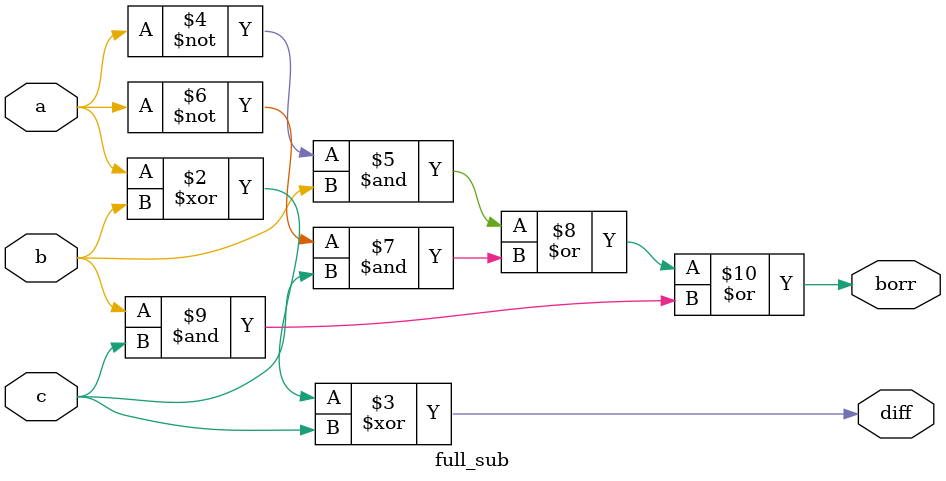
<source format=v>
`timescale 1ns / 1ps


module full_sub(
    input a,b,c,
    output reg diff,borr
    );
    always @(*)
    begin
    diff = a^b^c;
    borr = (~a&b)|(~a&c)|(b&c);
    end
endmodule

</source>
